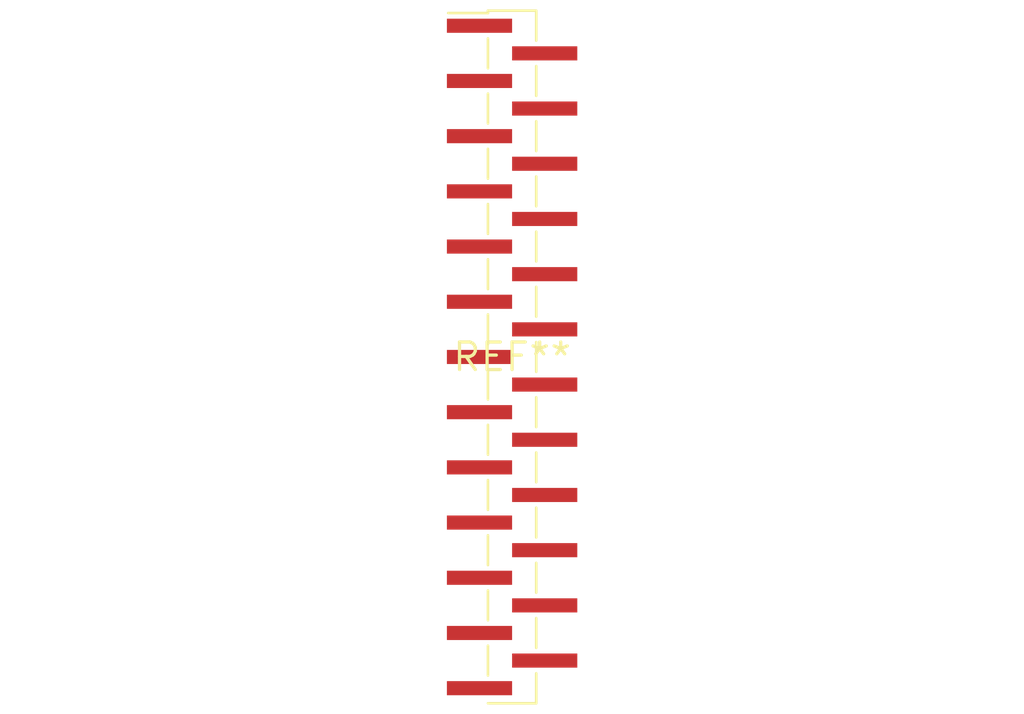
<source format=kicad_pcb>
(kicad_pcb (version 20240108) (generator pcbnew)
  (layers (0 "F.Cu" signal) (31 "B.Cu" signal) (34 "B.Paste" user) (35 "F.Paste" user) (36 "B.SilkS" user "B.Silkscreen") (37 "F.SilkS" user "F.Silkscreen") (38 "B.Mask" user) (39 "F.Mask" user) (44 "Edge.Cuts" user))
  (net 0 "")
  (footprint "PinHeader_1x25_P1.27mm_Vertical_SMD_Pin1Left" (layer "F.Cu") (at 0 0)
    (property "Reference" "REF**")
    (property "Value" "PinHeader_1x25_P1.27mm_Vertical_SMD_Pin1Left")
    (fp_line (start -1.11 -15.935) (end -1.11 -15.825) (layer "F.SilkS") (stroke (width 0.12)))
    (fp_line (start -1.11 -15.935) (end 1.11 -15.935) (layer "F.SilkS") (stroke (width 0.12)))
    (fp_line (start -1.11 -15.825) (end -2.94 -15.825) (layer "F.SilkS") (stroke (width 0.12)))
    (fp_line (start -1.11 -14.655) (end -1.11 -13.285) (layer "F.SilkS") (stroke (width 0.12)))
    (fp_line (start -1.11 -12.115) (end -1.11 -10.745) (layer "F.SilkS") (stroke (width 0.12)))
    (fp_line (start -1.11 -9.575) (end -1.11 -8.205) (layer "F.SilkS") (stroke (width 0.12)))
    (fp_line (start -1.11 -7.035) (end -1.11 -5.665) (layer "F.SilkS") (stroke (width 0.12)))
    (fp_line (start -1.11 -4.495) (end -1.11 -3.125) (layer "F.SilkS") (stroke (width 0.12)))
    (fp_line (start -1.11 -1.955) (end -1.11 -0.585) (layer "F.SilkS") (stroke (width 0.12)))
    (fp_line (start -1.11 0.585) (end -1.11 1.955) (layer "F.SilkS") (stroke (width 0.12)))
    (fp_line (start -1.11 3.125) (end -1.11 4.495) (layer "F.SilkS") (stroke (width 0.12)))
    (fp_line (start -1.11 5.665) (end -1.11 7.035) (layer "F.SilkS") (stroke (width 0.12)))
    (fp_line (start -1.11 8.205) (end -1.11 9.575) (layer "F.SilkS") (stroke (width 0.12)))
    (fp_line (start -1.11 10.745) (end -1.11 12.115) (layer "F.SilkS") (stroke (width 0.12)))
    (fp_line (start -1.11 13.285) (end -1.11 14.655) (layer "F.SilkS") (stroke (width 0.12)))
    (fp_line (start -1.11 15.935) (end 1.11 15.935) (layer "F.SilkS") (stroke (width 0.12)))
    (fp_line (start 1.11 -15.925) (end 1.11 -14.555) (layer "F.SilkS") (stroke (width 0.12)))
    (fp_line (start 1.11 -13.385) (end 1.11 -12.015) (layer "F.SilkS") (stroke (width 0.12)))
    (fp_line (start 1.11 -10.845) (end 1.11 -9.475) (layer "F.SilkS") (stroke (width 0.12)))
    (fp_line (start 1.11 -8.305) (end 1.11 -6.935) (layer "F.SilkS") (stroke (width 0.12)))
    (fp_line (start 1.11 -5.765) (end 1.11 -4.395) (layer "F.SilkS") (stroke (width 0.12)))
    (fp_line (start 1.11 -3.225) (end 1.11 -1.855) (layer "F.SilkS") (stroke (width 0.12)))
    (fp_line (start 1.11 -0.685) (end 1.11 0.685) (layer "F.SilkS") (stroke (width 0.12)))
    (fp_line (start 1.11 1.855) (end 1.11 3.225) (layer "F.SilkS") (stroke (width 0.12)))
    (fp_line (start 1.11 4.395) (end 1.11 5.765) (layer "F.SilkS") (stroke (width 0.12)))
    (fp_line (start 1.11 6.935) (end 1.11 8.305) (layer "F.SilkS") (stroke (width 0.12)))
    (fp_line (start 1.11 9.475) (end 1.11 10.845) (layer "F.SilkS") (stroke (width 0.12)))
    (fp_line (start 1.11 12.015) (end 1.11 13.385) (layer "F.SilkS") (stroke (width 0.12)))
    (fp_line (start 1.11 14.555) (end 1.11 15.925) (layer "F.SilkS") (stroke (width 0.12)))
    (fp_line (start 1.11 15.825) (end 1.11 15.935) (layer "F.SilkS") (stroke (width 0.12)))
    (pad "1" smd rect (at -1.5 -15.24) (size 3 0.65) (layers "F.Cu" "F.Paste" "F.Mask"))
    (pad "2" smd rect (at 1.5 -13.97) (size 3 0.65) (layers "F.Cu" "F.Paste" "F.Mask"))
    (pad "3" smd rect (at -1.5 -12.7) (size 3 0.65) (layers "F.Cu" "F.Paste" "F.Mask"))
    (pad "4" smd rect (at 1.5 -11.43) (size 3 0.65) (layers "F.Cu" "F.Paste" "F.Mask"))
    (pad "5" smd rect (at -1.5 -10.16) (size 3 0.65) (layers "F.Cu" "F.Paste" "F.Mask"))
    (pad "6" smd rect (at 1.5 -8.89) (size 3 0.65) (layers "F.Cu" "F.Paste" "F.Mask"))
    (pad "7" smd rect (at -1.5 -7.62) (size 3 0.65) (layers "F.Cu" "F.Paste" "F.Mask"))
    (pad "8" smd rect (at 1.5 -6.35) (size 3 0.65) (layers "F.Cu" "F.Paste" "F.Mask"))
    (pad "9" smd rect (at -1.5 -5.08) (size 3 0.65) (layers "F.Cu" "F.Paste" "F.Mask"))
    (pad "10" smd rect (at 1.5 -3.81) (size 3 0.65) (layers "F.Cu" "F.Paste" "F.Mask"))
    (pad "11" smd rect (at -1.5 -2.54) (size 3 0.65) (layers "F.Cu" "F.Paste" "F.Mask"))
    (pad "12" smd rect (at 1.5 -1.27) (size 3 0.65) (layers "F.Cu" "F.Paste" "F.Mask"))
    (pad "13" smd rect (at -1.5 0) (size 3 0.65) (layers "F.Cu" "F.Paste" "F.Mask"))
    (pad "14" smd rect (at 1.5 1.27) (size 3 0.65) (layers "F.Cu" "F.Paste" "F.Mask"))
    (pad "15" smd rect (at -1.5 2.54) (size 3 0.65) (layers "F.Cu" "F.Paste" "F.Mask"))
    (pad "16" smd rect (at 1.5 3.81) (size 3 0.65) (layers "F.Cu" "F.Paste" "F.Mask"))
    (pad "17" smd rect (at -1.5 5.08) (size 3 0.65) (layers "F.Cu" "F.Paste" "F.Mask"))
    (pad "18" smd rect (at 1.5 6.35) (size 3 0.65) (layers "F.Cu" "F.Paste" "F.Mask"))
    (pad "19" smd rect (at -1.5 7.62) (size 3 0.65) (layers "F.Cu" "F.Paste" "F.Mask"))
    (pad "20" smd rect (at 1.5 8.89) (size 3 0.65) (layers "F.Cu" "F.Paste" "F.Mask"))
    (pad "21" smd rect (at -1.5 10.16) (size 3 0.65) (layers "F.Cu" "F.Paste" "F.Mask"))
    (pad "22" smd rect (at 1.5 11.43) (size 3 0.65) (layers "F.Cu" "F.Paste" "F.Mask"))
    (pad "23" smd rect (at -1.5 12.7) (size 3 0.65) (layers "F.Cu" "F.Paste" "F.Mask"))
    (pad "24" smd rect (at 1.5 13.97) (size 3 0.65) (layers "F.Cu" "F.Paste" "F.Mask"))
    (pad "25" smd rect (at -1.5 15.24) (size 3 0.65) (layers "F.Cu" "F.Paste" "F.Mask"))
  )
)
</source>
